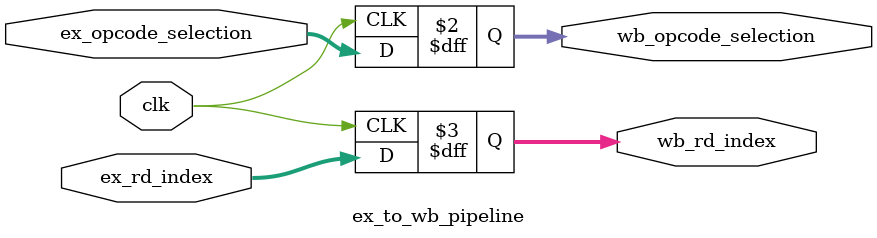
<source format=v>
module ex_to_wb_pipeline(
    input wire clk,
    input wire [10: 0] ex_opcode_selection,
    input wire [4: 0] ex_rd_index,

    output reg [10: 0] wb_opcode_selection,
    output reg [4: 0] wb_rd_index
);

always @(posedge clk) begin
    wb_opcode_selection <= ex_opcode_selection;
    wb_rd_index <= ex_rd_index;
end

endmodule

</source>
